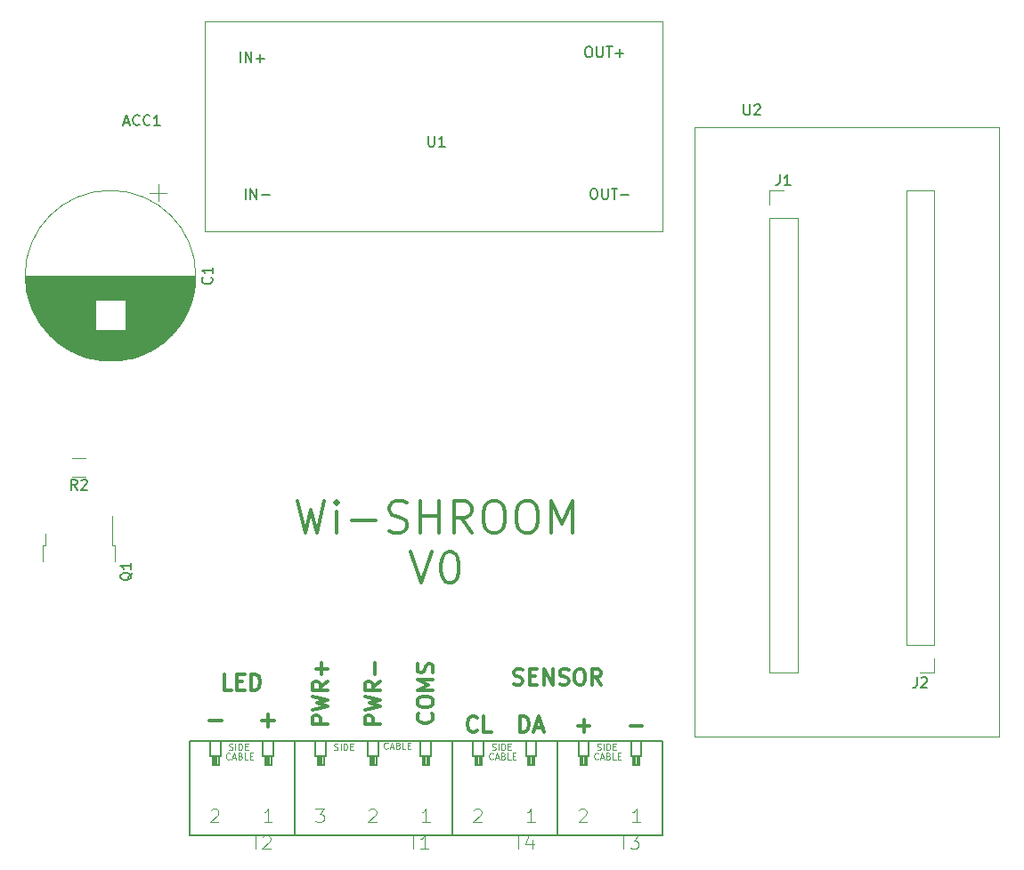
<source format=gto>
G04 #@! TF.GenerationSoftware,KiCad,Pcbnew,5.1.10*
G04 #@! TF.CreationDate,2021-11-10T17:43:12+10:00*
G04 #@! TF.ProjectId,wifi_unit,77696669-5f75-46e6-9974-2e6b69636164,rev?*
G04 #@! TF.SameCoordinates,Original*
G04 #@! TF.FileFunction,Legend,Top*
G04 #@! TF.FilePolarity,Positive*
%FSLAX46Y46*%
G04 Gerber Fmt 4.6, Leading zero omitted, Abs format (unit mm)*
G04 Created by KiCad (PCBNEW 5.1.10) date 2021-11-10 17:43:12*
%MOMM*%
%LPD*%
G01*
G04 APERTURE LIST*
%ADD10C,0.300000*%
%ADD11C,0.120000*%
%ADD12C,0.127000*%
%ADD13C,0.150000*%
%ADD14C,0.101600*%
%ADD15C,0.050800*%
G04 APERTURE END LIST*
D10*
X92785714Y-91207142D02*
X93500000Y-94207142D01*
X94071428Y-92064285D01*
X94642857Y-94207142D01*
X95357142Y-91207142D01*
X96500000Y-94207142D02*
X96500000Y-92207142D01*
X96500000Y-91207142D02*
X96357142Y-91350000D01*
X96500000Y-91492857D01*
X96642857Y-91350000D01*
X96500000Y-91207142D01*
X96500000Y-91492857D01*
X97928571Y-93064285D02*
X100214285Y-93064285D01*
X101500000Y-94064285D02*
X101928571Y-94207142D01*
X102642857Y-94207142D01*
X102928571Y-94064285D01*
X103071428Y-93921428D01*
X103214285Y-93635714D01*
X103214285Y-93350000D01*
X103071428Y-93064285D01*
X102928571Y-92921428D01*
X102642857Y-92778571D01*
X102071428Y-92635714D01*
X101785714Y-92492857D01*
X101642857Y-92350000D01*
X101500000Y-92064285D01*
X101500000Y-91778571D01*
X101642857Y-91492857D01*
X101785714Y-91350000D01*
X102071428Y-91207142D01*
X102785714Y-91207142D01*
X103214285Y-91350000D01*
X104500000Y-94207142D02*
X104500000Y-91207142D01*
X104500000Y-92635714D02*
X106214285Y-92635714D01*
X106214285Y-94207142D02*
X106214285Y-91207142D01*
X109357142Y-94207142D02*
X108357142Y-92778571D01*
X107642857Y-94207142D02*
X107642857Y-91207142D01*
X108785714Y-91207142D01*
X109071428Y-91350000D01*
X109214285Y-91492857D01*
X109357142Y-91778571D01*
X109357142Y-92207142D01*
X109214285Y-92492857D01*
X109071428Y-92635714D01*
X108785714Y-92778571D01*
X107642857Y-92778571D01*
X111214285Y-91207142D02*
X111785714Y-91207142D01*
X112071428Y-91350000D01*
X112357142Y-91635714D01*
X112500000Y-92207142D01*
X112500000Y-93207142D01*
X112357142Y-93778571D01*
X112071428Y-94064285D01*
X111785714Y-94207142D01*
X111214285Y-94207142D01*
X110928571Y-94064285D01*
X110642857Y-93778571D01*
X110500000Y-93207142D01*
X110500000Y-92207142D01*
X110642857Y-91635714D01*
X110928571Y-91350000D01*
X111214285Y-91207142D01*
X114357142Y-91207142D02*
X114928571Y-91207142D01*
X115214285Y-91350000D01*
X115500000Y-91635714D01*
X115642857Y-92207142D01*
X115642857Y-93207142D01*
X115500000Y-93778571D01*
X115214285Y-94064285D01*
X114928571Y-94207142D01*
X114357142Y-94207142D01*
X114071428Y-94064285D01*
X113785714Y-93778571D01*
X113642857Y-93207142D01*
X113642857Y-92207142D01*
X113785714Y-91635714D01*
X114071428Y-91350000D01*
X114357142Y-91207142D01*
X116928571Y-94207142D02*
X116928571Y-91207142D01*
X117928571Y-93350000D01*
X118928571Y-91207142D01*
X118928571Y-94207142D01*
X103571428Y-96007142D02*
X104571428Y-99007142D01*
X105571428Y-96007142D01*
X107142857Y-96007142D02*
X107428571Y-96007142D01*
X107714285Y-96150000D01*
X107857142Y-96292857D01*
X108000000Y-96578571D01*
X108142857Y-97150000D01*
X108142857Y-97864285D01*
X108000000Y-98435714D01*
X107857142Y-98721428D01*
X107714285Y-98864285D01*
X107428571Y-99007142D01*
X107142857Y-99007142D01*
X106857142Y-98864285D01*
X106714285Y-98721428D01*
X106571428Y-98435714D01*
X106428571Y-97864285D01*
X106428571Y-97150000D01*
X106571428Y-96578571D01*
X106714285Y-96292857D01*
X106857142Y-96150000D01*
X107142857Y-96007142D01*
X113357142Y-108607142D02*
X113571428Y-108678571D01*
X113928571Y-108678571D01*
X114071428Y-108607142D01*
X114142857Y-108535714D01*
X114214285Y-108392857D01*
X114214285Y-108250000D01*
X114142857Y-108107142D01*
X114071428Y-108035714D01*
X113928571Y-107964285D01*
X113642857Y-107892857D01*
X113500000Y-107821428D01*
X113428571Y-107750000D01*
X113357142Y-107607142D01*
X113357142Y-107464285D01*
X113428571Y-107321428D01*
X113500000Y-107250000D01*
X113642857Y-107178571D01*
X114000000Y-107178571D01*
X114214285Y-107250000D01*
X114857142Y-107892857D02*
X115357142Y-107892857D01*
X115571428Y-108678571D02*
X114857142Y-108678571D01*
X114857142Y-107178571D01*
X115571428Y-107178571D01*
X116214285Y-108678571D02*
X116214285Y-107178571D01*
X117071428Y-108678571D01*
X117071428Y-107178571D01*
X117714285Y-108607142D02*
X117928571Y-108678571D01*
X118285714Y-108678571D01*
X118428571Y-108607142D01*
X118500000Y-108535714D01*
X118571428Y-108392857D01*
X118571428Y-108250000D01*
X118500000Y-108107142D01*
X118428571Y-108035714D01*
X118285714Y-107964285D01*
X118000000Y-107892857D01*
X117857142Y-107821428D01*
X117785714Y-107750000D01*
X117714285Y-107607142D01*
X117714285Y-107464285D01*
X117785714Y-107321428D01*
X117857142Y-107250000D01*
X118000000Y-107178571D01*
X118357142Y-107178571D01*
X118571428Y-107250000D01*
X119500000Y-107178571D02*
X119785714Y-107178571D01*
X119928571Y-107250000D01*
X120071428Y-107392857D01*
X120142857Y-107678571D01*
X120142857Y-108178571D01*
X120071428Y-108464285D01*
X119928571Y-108607142D01*
X119785714Y-108678571D01*
X119500000Y-108678571D01*
X119357142Y-108607142D01*
X119214285Y-108464285D01*
X119142857Y-108178571D01*
X119142857Y-107678571D01*
X119214285Y-107392857D01*
X119357142Y-107250000D01*
X119500000Y-107178571D01*
X121642857Y-108678571D02*
X121142857Y-107964285D01*
X120785714Y-108678571D02*
X120785714Y-107178571D01*
X121357142Y-107178571D01*
X121500000Y-107250000D01*
X121571428Y-107321428D01*
X121642857Y-107464285D01*
X121642857Y-107678571D01*
X121571428Y-107821428D01*
X121500000Y-107892857D01*
X121357142Y-107964285D01*
X120785714Y-107964285D01*
X124428571Y-112607142D02*
X125571428Y-112607142D01*
X119428571Y-112607142D02*
X120571428Y-112607142D01*
X120000000Y-113178571D02*
X120000000Y-112035714D01*
X113964285Y-113178571D02*
X113964285Y-111678571D01*
X114321428Y-111678571D01*
X114535714Y-111750000D01*
X114678571Y-111892857D01*
X114750000Y-112035714D01*
X114821428Y-112321428D01*
X114821428Y-112535714D01*
X114750000Y-112821428D01*
X114678571Y-112964285D01*
X114535714Y-113107142D01*
X114321428Y-113178571D01*
X113964285Y-113178571D01*
X115392857Y-112750000D02*
X116107142Y-112750000D01*
X115250000Y-113178571D02*
X115750000Y-111678571D01*
X116250000Y-113178571D01*
X109857142Y-113035714D02*
X109785714Y-113107142D01*
X109571428Y-113178571D01*
X109428571Y-113178571D01*
X109214285Y-113107142D01*
X109071428Y-112964285D01*
X109000000Y-112821428D01*
X108928571Y-112535714D01*
X108928571Y-112321428D01*
X109000000Y-112035714D01*
X109071428Y-111892857D01*
X109214285Y-111750000D01*
X109428571Y-111678571D01*
X109571428Y-111678571D01*
X109785714Y-111750000D01*
X109857142Y-111821428D01*
X111214285Y-113178571D02*
X110500000Y-113178571D01*
X110500000Y-111678571D01*
X100678571Y-112428571D02*
X99178571Y-112428571D01*
X99178571Y-111857142D01*
X99250000Y-111714285D01*
X99321428Y-111642857D01*
X99464285Y-111571428D01*
X99678571Y-111571428D01*
X99821428Y-111642857D01*
X99892857Y-111714285D01*
X99964285Y-111857142D01*
X99964285Y-112428571D01*
X99178571Y-111071428D02*
X100678571Y-110714285D01*
X99607142Y-110428571D01*
X100678571Y-110142857D01*
X99178571Y-109785714D01*
X100678571Y-108357142D02*
X99964285Y-108857142D01*
X100678571Y-109214285D02*
X99178571Y-109214285D01*
X99178571Y-108642857D01*
X99250000Y-108500000D01*
X99321428Y-108428571D01*
X99464285Y-108357142D01*
X99678571Y-108357142D01*
X99821428Y-108428571D01*
X99892857Y-108500000D01*
X99964285Y-108642857D01*
X99964285Y-109214285D01*
X100107142Y-107714285D02*
X100107142Y-106571428D01*
X105535714Y-111392857D02*
X105607142Y-111464285D01*
X105678571Y-111678571D01*
X105678571Y-111821428D01*
X105607142Y-112035714D01*
X105464285Y-112178571D01*
X105321428Y-112250000D01*
X105035714Y-112321428D01*
X104821428Y-112321428D01*
X104535714Y-112250000D01*
X104392857Y-112178571D01*
X104250000Y-112035714D01*
X104178571Y-111821428D01*
X104178571Y-111678571D01*
X104250000Y-111464285D01*
X104321428Y-111392857D01*
X104178571Y-110464285D02*
X104178571Y-110178571D01*
X104250000Y-110035714D01*
X104392857Y-109892857D01*
X104678571Y-109821428D01*
X105178571Y-109821428D01*
X105464285Y-109892857D01*
X105607142Y-110035714D01*
X105678571Y-110178571D01*
X105678571Y-110464285D01*
X105607142Y-110607142D01*
X105464285Y-110750000D01*
X105178571Y-110821428D01*
X104678571Y-110821428D01*
X104392857Y-110750000D01*
X104250000Y-110607142D01*
X104178571Y-110464285D01*
X105678571Y-109178571D02*
X104178571Y-109178571D01*
X105250000Y-108678571D01*
X104178571Y-108178571D01*
X105678571Y-108178571D01*
X105607142Y-107535714D02*
X105678571Y-107321428D01*
X105678571Y-106964285D01*
X105607142Y-106821428D01*
X105535714Y-106750000D01*
X105392857Y-106678571D01*
X105250000Y-106678571D01*
X105107142Y-106750000D01*
X105035714Y-106821428D01*
X104964285Y-106964285D01*
X104892857Y-107250000D01*
X104821428Y-107392857D01*
X104750000Y-107464285D01*
X104607142Y-107535714D01*
X104464285Y-107535714D01*
X104321428Y-107464285D01*
X104250000Y-107392857D01*
X104178571Y-107250000D01*
X104178571Y-106892857D01*
X104250000Y-106678571D01*
X95678571Y-112428571D02*
X94178571Y-112428571D01*
X94178571Y-111857142D01*
X94250000Y-111714285D01*
X94321428Y-111642857D01*
X94464285Y-111571428D01*
X94678571Y-111571428D01*
X94821428Y-111642857D01*
X94892857Y-111714285D01*
X94964285Y-111857142D01*
X94964285Y-112428571D01*
X94178571Y-111071428D02*
X95678571Y-110714285D01*
X94607142Y-110428571D01*
X95678571Y-110142857D01*
X94178571Y-109785714D01*
X95678571Y-108357142D02*
X94964285Y-108857142D01*
X95678571Y-109214285D02*
X94178571Y-109214285D01*
X94178571Y-108642857D01*
X94250000Y-108500000D01*
X94321428Y-108428571D01*
X94464285Y-108357142D01*
X94678571Y-108357142D01*
X94821428Y-108428571D01*
X94892857Y-108500000D01*
X94964285Y-108642857D01*
X94964285Y-109214285D01*
X95107142Y-107714285D02*
X95107142Y-106571428D01*
X95678571Y-107142857D02*
X94535714Y-107142857D01*
X84428571Y-112107142D02*
X85571428Y-112107142D01*
X89428571Y-112107142D02*
X90571428Y-112107142D01*
X90000000Y-112678571D02*
X90000000Y-111535714D01*
X86535714Y-109178571D02*
X85821428Y-109178571D01*
X85821428Y-107678571D01*
X87035714Y-108392857D02*
X87535714Y-108392857D01*
X87750000Y-109178571D02*
X87035714Y-109178571D01*
X87035714Y-107678571D01*
X87750000Y-107678571D01*
X88392857Y-109178571D02*
X88392857Y-107678571D01*
X88750000Y-107678571D01*
X88964285Y-107750000D01*
X89107142Y-107892857D01*
X89178571Y-108035714D01*
X89250000Y-108321428D01*
X89250000Y-108535714D01*
X89178571Y-108821428D01*
X89107142Y-108964285D01*
X88964285Y-109107142D01*
X88750000Y-109178571D01*
X88392857Y-109178571D01*
D11*
X83120000Y-69750000D02*
G75*
G03*
X83120000Y-69750000I-8120000J0D01*
G01*
X83081000Y-69750000D02*
X66919000Y-69750000D01*
X83080000Y-69790000D02*
X66920000Y-69790000D01*
X83080000Y-69830000D02*
X66920000Y-69830000D01*
X83080000Y-69870000D02*
X66920000Y-69870000D01*
X83079000Y-69910000D02*
X66921000Y-69910000D01*
X83078000Y-69950000D02*
X66922000Y-69950000D01*
X83077000Y-69990000D02*
X66923000Y-69990000D01*
X83076000Y-70030000D02*
X66924000Y-70030000D01*
X83074000Y-70070000D02*
X66926000Y-70070000D01*
X83073000Y-70110000D02*
X66927000Y-70110000D01*
X83071000Y-70150000D02*
X66929000Y-70150000D01*
X83069000Y-70190000D02*
X66931000Y-70190000D01*
X83066000Y-70230000D02*
X66934000Y-70230000D01*
X83064000Y-70270000D02*
X66936000Y-70270000D01*
X83061000Y-70310000D02*
X66939000Y-70310000D01*
X83058000Y-70350000D02*
X66942000Y-70350000D01*
X83055000Y-70390000D02*
X66945000Y-70390000D01*
X83052000Y-70430000D02*
X66948000Y-70430000D01*
X83049000Y-70471000D02*
X66951000Y-70471000D01*
X83045000Y-70511000D02*
X66955000Y-70511000D01*
X83041000Y-70551000D02*
X66959000Y-70551000D01*
X83037000Y-70591000D02*
X66963000Y-70591000D01*
X83033000Y-70631000D02*
X66967000Y-70631000D01*
X83028000Y-70671000D02*
X66972000Y-70671000D01*
X83024000Y-70711000D02*
X66976000Y-70711000D01*
X83019000Y-70751000D02*
X66981000Y-70751000D01*
X83014000Y-70791000D02*
X66986000Y-70791000D01*
X83008000Y-70831000D02*
X66992000Y-70831000D01*
X83003000Y-70871000D02*
X66997000Y-70871000D01*
X82997000Y-70911000D02*
X67003000Y-70911000D01*
X82991000Y-70951000D02*
X67009000Y-70951000D01*
X82985000Y-70991000D02*
X67015000Y-70991000D01*
X82979000Y-71031000D02*
X67021000Y-71031000D01*
X82972000Y-71071000D02*
X67028000Y-71071000D01*
X82966000Y-71111000D02*
X67034000Y-71111000D01*
X82959000Y-71151000D02*
X67041000Y-71151000D01*
X82952000Y-71191000D02*
X67048000Y-71191000D01*
X82944000Y-71231000D02*
X67056000Y-71231000D01*
X82937000Y-71271000D02*
X67063000Y-71271000D01*
X82929000Y-71311000D02*
X67071000Y-71311000D01*
X82921000Y-71351000D02*
X67079000Y-71351000D01*
X82913000Y-71391000D02*
X67087000Y-71391000D01*
X82905000Y-71431000D02*
X67095000Y-71431000D01*
X82896000Y-71471000D02*
X67104000Y-71471000D01*
X82887000Y-71511000D02*
X67113000Y-71511000D01*
X82878000Y-71551000D02*
X67122000Y-71551000D01*
X82869000Y-71591000D02*
X67131000Y-71591000D01*
X82860000Y-71631000D02*
X67140000Y-71631000D01*
X82850000Y-71671000D02*
X67150000Y-71671000D01*
X82840000Y-71711000D02*
X67160000Y-71711000D01*
X82830000Y-71751000D02*
X67170000Y-71751000D01*
X82820000Y-71791000D02*
X67180000Y-71791000D01*
X82810000Y-71831000D02*
X67190000Y-71831000D01*
X82799000Y-71871000D02*
X67201000Y-71871000D01*
X82788000Y-71911000D02*
X67212000Y-71911000D01*
X82777000Y-71951000D02*
X67223000Y-71951000D01*
X82765000Y-71991000D02*
X67235000Y-71991000D01*
X82754000Y-72031000D02*
X67246000Y-72031000D01*
X82742000Y-72071000D02*
X76440000Y-72071000D01*
X73560000Y-72071000D02*
X67258000Y-72071000D01*
X82730000Y-72111000D02*
X76440000Y-72111000D01*
X73560000Y-72111000D02*
X67270000Y-72111000D01*
X82718000Y-72151000D02*
X76440000Y-72151000D01*
X73560000Y-72151000D02*
X67282000Y-72151000D01*
X82705000Y-72191000D02*
X76440000Y-72191000D01*
X73560000Y-72191000D02*
X67295000Y-72191000D01*
X82693000Y-72231000D02*
X76440000Y-72231000D01*
X73560000Y-72231000D02*
X67307000Y-72231000D01*
X82680000Y-72271000D02*
X76440000Y-72271000D01*
X73560000Y-72271000D02*
X67320000Y-72271000D01*
X82666000Y-72311000D02*
X76440000Y-72311000D01*
X73560000Y-72311000D02*
X67334000Y-72311000D01*
X82653000Y-72351000D02*
X76440000Y-72351000D01*
X73560000Y-72351000D02*
X67347000Y-72351000D01*
X82639000Y-72391000D02*
X76440000Y-72391000D01*
X73560000Y-72391000D02*
X67361000Y-72391000D01*
X82625000Y-72431000D02*
X76440000Y-72431000D01*
X73560000Y-72431000D02*
X67375000Y-72431000D01*
X82611000Y-72471000D02*
X76440000Y-72471000D01*
X73560000Y-72471000D02*
X67389000Y-72471000D01*
X82597000Y-72511000D02*
X76440000Y-72511000D01*
X73560000Y-72511000D02*
X67403000Y-72511000D01*
X82582000Y-72551000D02*
X76440000Y-72551000D01*
X73560000Y-72551000D02*
X67418000Y-72551000D01*
X82568000Y-72591000D02*
X76440000Y-72591000D01*
X73560000Y-72591000D02*
X67432000Y-72591000D01*
X82553000Y-72631000D02*
X76440000Y-72631000D01*
X73560000Y-72631000D02*
X67447000Y-72631000D01*
X82537000Y-72671000D02*
X76440000Y-72671000D01*
X73560000Y-72671000D02*
X67463000Y-72671000D01*
X82522000Y-72711000D02*
X76440000Y-72711000D01*
X73560000Y-72711000D02*
X67478000Y-72711000D01*
X82506000Y-72751000D02*
X76440000Y-72751000D01*
X73560000Y-72751000D02*
X67494000Y-72751000D01*
X82490000Y-72791000D02*
X76440000Y-72791000D01*
X73560000Y-72791000D02*
X67510000Y-72791000D01*
X82474000Y-72831000D02*
X76440000Y-72831000D01*
X73560000Y-72831000D02*
X67526000Y-72831000D01*
X82457000Y-72871000D02*
X76440000Y-72871000D01*
X73560000Y-72871000D02*
X67543000Y-72871000D01*
X82440000Y-72911000D02*
X76440000Y-72911000D01*
X73560000Y-72911000D02*
X67560000Y-72911000D01*
X82423000Y-72951000D02*
X76440000Y-72951000D01*
X73560000Y-72951000D02*
X67577000Y-72951000D01*
X82406000Y-72991000D02*
X76440000Y-72991000D01*
X73560000Y-72991000D02*
X67594000Y-72991000D01*
X82389000Y-73031000D02*
X76440000Y-73031000D01*
X73560000Y-73031000D02*
X67611000Y-73031000D01*
X82371000Y-73071000D02*
X76440000Y-73071000D01*
X73560000Y-73071000D02*
X67629000Y-73071000D01*
X82353000Y-73111000D02*
X76440000Y-73111000D01*
X73560000Y-73111000D02*
X67647000Y-73111000D01*
X82334000Y-73151000D02*
X76440000Y-73151000D01*
X73560000Y-73151000D02*
X67666000Y-73151000D01*
X82316000Y-73191000D02*
X76440000Y-73191000D01*
X73560000Y-73191000D02*
X67684000Y-73191000D01*
X82297000Y-73231000D02*
X76440000Y-73231000D01*
X73560000Y-73231000D02*
X67703000Y-73231000D01*
X82278000Y-73271000D02*
X76440000Y-73271000D01*
X73560000Y-73271000D02*
X67722000Y-73271000D01*
X82258000Y-73311000D02*
X76440000Y-73311000D01*
X73560000Y-73311000D02*
X67742000Y-73311000D01*
X82239000Y-73351000D02*
X76440000Y-73351000D01*
X73560000Y-73351000D02*
X67761000Y-73351000D01*
X82219000Y-73391000D02*
X76440000Y-73391000D01*
X73560000Y-73391000D02*
X67781000Y-73391000D01*
X82199000Y-73431000D02*
X76440000Y-73431000D01*
X73560000Y-73431000D02*
X67801000Y-73431000D01*
X82178000Y-73471000D02*
X76440000Y-73471000D01*
X73560000Y-73471000D02*
X67822000Y-73471000D01*
X82157000Y-73511000D02*
X76440000Y-73511000D01*
X73560000Y-73511000D02*
X67843000Y-73511000D01*
X82136000Y-73551000D02*
X76440000Y-73551000D01*
X73560000Y-73551000D02*
X67864000Y-73551000D01*
X82115000Y-73591000D02*
X76440000Y-73591000D01*
X73560000Y-73591000D02*
X67885000Y-73591000D01*
X82094000Y-73631000D02*
X76440000Y-73631000D01*
X73560000Y-73631000D02*
X67906000Y-73631000D01*
X82072000Y-73671000D02*
X76440000Y-73671000D01*
X73560000Y-73671000D02*
X67928000Y-73671000D01*
X82049000Y-73711000D02*
X76440000Y-73711000D01*
X73560000Y-73711000D02*
X67951000Y-73711000D01*
X82027000Y-73751000D02*
X76440000Y-73751000D01*
X73560000Y-73751000D02*
X67973000Y-73751000D01*
X82004000Y-73791000D02*
X76440000Y-73791000D01*
X73560000Y-73791000D02*
X67996000Y-73791000D01*
X81981000Y-73831000D02*
X76440000Y-73831000D01*
X73560000Y-73831000D02*
X68019000Y-73831000D01*
X81958000Y-73871000D02*
X76440000Y-73871000D01*
X73560000Y-73871000D02*
X68042000Y-73871000D01*
X81934000Y-73911000D02*
X76440000Y-73911000D01*
X73560000Y-73911000D02*
X68066000Y-73911000D01*
X81910000Y-73951000D02*
X76440000Y-73951000D01*
X73560000Y-73951000D02*
X68090000Y-73951000D01*
X81886000Y-73991000D02*
X76440000Y-73991000D01*
X73560000Y-73991000D02*
X68114000Y-73991000D01*
X81861000Y-74031000D02*
X76440000Y-74031000D01*
X73560000Y-74031000D02*
X68139000Y-74031000D01*
X81836000Y-74071000D02*
X76440000Y-74071000D01*
X73560000Y-74071000D02*
X68164000Y-74071000D01*
X81811000Y-74111000D02*
X76440000Y-74111000D01*
X73560000Y-74111000D02*
X68189000Y-74111000D01*
X81785000Y-74151000D02*
X76440000Y-74151000D01*
X73560000Y-74151000D02*
X68215000Y-74151000D01*
X81759000Y-74191000D02*
X76440000Y-74191000D01*
X73560000Y-74191000D02*
X68241000Y-74191000D01*
X81733000Y-74231000D02*
X76440000Y-74231000D01*
X73560000Y-74231000D02*
X68267000Y-74231000D01*
X81706000Y-74271000D02*
X76440000Y-74271000D01*
X73560000Y-74271000D02*
X68294000Y-74271000D01*
X81679000Y-74311000D02*
X76440000Y-74311000D01*
X73560000Y-74311000D02*
X68321000Y-74311000D01*
X81652000Y-74351000D02*
X76440000Y-74351000D01*
X73560000Y-74351000D02*
X68348000Y-74351000D01*
X81624000Y-74391000D02*
X76440000Y-74391000D01*
X73560000Y-74391000D02*
X68376000Y-74391000D01*
X81596000Y-74431000D02*
X76440000Y-74431000D01*
X73560000Y-74431000D02*
X68404000Y-74431000D01*
X81568000Y-74471000D02*
X76440000Y-74471000D01*
X73560000Y-74471000D02*
X68432000Y-74471000D01*
X81539000Y-74511000D02*
X76440000Y-74511000D01*
X73560000Y-74511000D02*
X68461000Y-74511000D01*
X81510000Y-74551000D02*
X76440000Y-74551000D01*
X73560000Y-74551000D02*
X68490000Y-74551000D01*
X81480000Y-74591000D02*
X76440000Y-74591000D01*
X73560000Y-74591000D02*
X68520000Y-74591000D01*
X81450000Y-74631000D02*
X76440000Y-74631000D01*
X73560000Y-74631000D02*
X68550000Y-74631000D01*
X81420000Y-74671000D02*
X76440000Y-74671000D01*
X73560000Y-74671000D02*
X68580000Y-74671000D01*
X81390000Y-74711000D02*
X76440000Y-74711000D01*
X73560000Y-74711000D02*
X68610000Y-74711000D01*
X81358000Y-74751000D02*
X76440000Y-74751000D01*
X73560000Y-74751000D02*
X68642000Y-74751000D01*
X81327000Y-74791000D02*
X76440000Y-74791000D01*
X73560000Y-74791000D02*
X68673000Y-74791000D01*
X81295000Y-74831000D02*
X76440000Y-74831000D01*
X73560000Y-74831000D02*
X68705000Y-74831000D01*
X81263000Y-74871000D02*
X76440000Y-74871000D01*
X73560000Y-74871000D02*
X68737000Y-74871000D01*
X81230000Y-74911000D02*
X76440000Y-74911000D01*
X73560000Y-74911000D02*
X68770000Y-74911000D01*
X81197000Y-74951000D02*
X68803000Y-74951000D01*
X81163000Y-74991000D02*
X68837000Y-74991000D01*
X81129000Y-75031000D02*
X68871000Y-75031000D01*
X81095000Y-75071000D02*
X68905000Y-75071000D01*
X81060000Y-75111000D02*
X68940000Y-75111000D01*
X81025000Y-75151000D02*
X68975000Y-75151000D01*
X80989000Y-75191000D02*
X69011000Y-75191000D01*
X80952000Y-75231000D02*
X69048000Y-75231000D01*
X80916000Y-75271000D02*
X69084000Y-75271000D01*
X80878000Y-75311000D02*
X69122000Y-75311000D01*
X80840000Y-75351000D02*
X69160000Y-75351000D01*
X80802000Y-75391000D02*
X69198000Y-75391000D01*
X80763000Y-75431000D02*
X69237000Y-75431000D01*
X80724000Y-75471000D02*
X69276000Y-75471000D01*
X80684000Y-75511000D02*
X69316000Y-75511000D01*
X80643000Y-75551000D02*
X69357000Y-75551000D01*
X80602000Y-75591000D02*
X69398000Y-75591000D01*
X80560000Y-75631000D02*
X69440000Y-75631000D01*
X80518000Y-75671000D02*
X69482000Y-75671000D01*
X80475000Y-75711000D02*
X69525000Y-75711000D01*
X80432000Y-75751000D02*
X69568000Y-75751000D01*
X80388000Y-75791000D02*
X69612000Y-75791000D01*
X80343000Y-75831000D02*
X69657000Y-75831000D01*
X80297000Y-75871000D02*
X69703000Y-75871000D01*
X80251000Y-75911000D02*
X69749000Y-75911000D01*
X80204000Y-75951000D02*
X69796000Y-75951000D01*
X80156000Y-75991000D02*
X69844000Y-75991000D01*
X80108000Y-76031000D02*
X69892000Y-76031000D01*
X80059000Y-76071000D02*
X69941000Y-76071000D01*
X80009000Y-76111000D02*
X69991000Y-76111000D01*
X79958000Y-76151000D02*
X70042000Y-76151000D01*
X79906000Y-76191000D02*
X70094000Y-76191000D01*
X79854000Y-76231000D02*
X70146000Y-76231000D01*
X79800000Y-76271000D02*
X70200000Y-76271000D01*
X79746000Y-76311000D02*
X70254000Y-76311000D01*
X79691000Y-76351000D02*
X70309000Y-76351000D01*
X79634000Y-76391000D02*
X70366000Y-76391000D01*
X79577000Y-76431000D02*
X70423000Y-76431000D01*
X79519000Y-76471000D02*
X70481000Y-76471000D01*
X79459000Y-76511000D02*
X70541000Y-76511000D01*
X79398000Y-76551000D02*
X70602000Y-76551000D01*
X79336000Y-76591000D02*
X70664000Y-76591000D01*
X79273000Y-76631000D02*
X70727000Y-76631000D01*
X79209000Y-76671000D02*
X70791000Y-76671000D01*
X79143000Y-76711000D02*
X70857000Y-76711000D01*
X79076000Y-76751000D02*
X70924000Y-76751000D01*
X79007000Y-76791000D02*
X70993000Y-76791000D01*
X78936000Y-76831000D02*
X71064000Y-76831000D01*
X78864000Y-76871000D02*
X71136000Y-76871000D01*
X78790000Y-76911000D02*
X71210000Y-76911000D01*
X78715000Y-76951000D02*
X71285000Y-76951000D01*
X78637000Y-76991000D02*
X71363000Y-76991000D01*
X78557000Y-77031000D02*
X71443000Y-77031000D01*
X78475000Y-77071000D02*
X71525000Y-77071000D01*
X78390000Y-77111000D02*
X71610000Y-77111000D01*
X78303000Y-77151000D02*
X71697000Y-77151000D01*
X78213000Y-77191000D02*
X71787000Y-77191000D01*
X78120000Y-77231000D02*
X71880000Y-77231000D01*
X78024000Y-77271000D02*
X71976000Y-77271000D01*
X77924000Y-77311000D02*
X72076000Y-77311000D01*
X77820000Y-77351000D02*
X72180000Y-77351000D01*
X77711000Y-77391000D02*
X72289000Y-77391000D01*
X77597000Y-77431000D02*
X72403000Y-77431000D01*
X77478000Y-77471000D02*
X72522000Y-77471000D01*
X77351000Y-77511000D02*
X72649000Y-77511000D01*
X77218000Y-77551000D02*
X72782000Y-77551000D01*
X77074000Y-77591000D02*
X72926000Y-77591000D01*
X76920000Y-77631000D02*
X73080000Y-77631000D01*
X76752000Y-77671000D02*
X73248000Y-77671000D01*
X76564000Y-77711000D02*
X73436000Y-77711000D01*
X76351000Y-77751000D02*
X73649000Y-77751000D01*
X76098000Y-77791000D02*
X73902000Y-77791000D01*
X75765000Y-77831000D02*
X74235000Y-77831000D01*
X79555000Y-61060509D02*
X79555000Y-62660509D01*
X80355000Y-61860509D02*
X78755000Y-61860509D01*
D12*
X117499360Y-114002040D02*
X117499360Y-122998720D01*
X117499360Y-122998720D02*
X107501920Y-122998720D01*
X107501920Y-122998720D02*
X107501920Y-114002040D01*
X107501920Y-114002040D02*
X109500900Y-114002040D01*
X109500900Y-114002040D02*
X110501660Y-114002040D01*
X110501660Y-114002040D02*
X114502160Y-114002040D01*
X114502160Y-114002040D02*
X115497840Y-114002040D01*
X115497840Y-114002040D02*
X117499360Y-114002040D01*
X115497840Y-114002040D02*
X115497840Y-115500640D01*
X115497840Y-115500640D02*
X114502160Y-115500640D01*
X114502160Y-115500640D02*
X114502160Y-114002040D01*
X110501660Y-114002040D02*
X110501660Y-115500640D01*
X110501660Y-115500640D02*
X109500900Y-115500640D01*
X109500900Y-115500640D02*
X109500900Y-114002040D01*
X115299720Y-115602240D02*
X115299720Y-116300740D01*
X115099060Y-115602240D02*
X115099060Y-116300740D01*
X114900940Y-115602240D02*
X114900940Y-116300740D01*
X114700280Y-115602240D02*
X114700280Y-116300740D01*
X115299720Y-116300740D02*
X114700280Y-116300740D01*
X110301000Y-115602240D02*
X110301000Y-116300740D01*
X110301000Y-116300740D02*
X110100340Y-116300740D01*
X110100340Y-116300740D02*
X110100340Y-115602240D01*
X110100340Y-116300740D02*
X109902220Y-116300740D01*
X109902220Y-116300740D02*
X109902220Y-115602240D01*
X109902220Y-116300740D02*
X109701560Y-116300740D01*
X109701560Y-116300740D02*
X109701560Y-115602240D01*
X127499360Y-114002040D02*
X127499360Y-122998720D01*
X127499360Y-122998720D02*
X117501920Y-122998720D01*
X117501920Y-122998720D02*
X117501920Y-114002040D01*
X117501920Y-114002040D02*
X119500900Y-114002040D01*
X119500900Y-114002040D02*
X120501660Y-114002040D01*
X120501660Y-114002040D02*
X124502160Y-114002040D01*
X124502160Y-114002040D02*
X125497840Y-114002040D01*
X125497840Y-114002040D02*
X127499360Y-114002040D01*
X125497840Y-114002040D02*
X125497840Y-115500640D01*
X125497840Y-115500640D02*
X124502160Y-115500640D01*
X124502160Y-115500640D02*
X124502160Y-114002040D01*
X120501660Y-114002040D02*
X120501660Y-115500640D01*
X120501660Y-115500640D02*
X119500900Y-115500640D01*
X119500900Y-115500640D02*
X119500900Y-114002040D01*
X125299720Y-115602240D02*
X125299720Y-116300740D01*
X125099060Y-115602240D02*
X125099060Y-116300740D01*
X124900940Y-115602240D02*
X124900940Y-116300740D01*
X124700280Y-115602240D02*
X124700280Y-116300740D01*
X125299720Y-116300740D02*
X124700280Y-116300740D01*
X120301000Y-115602240D02*
X120301000Y-116300740D01*
X120301000Y-116300740D02*
X120100340Y-116300740D01*
X120100340Y-116300740D02*
X120100340Y-115602240D01*
X120100340Y-116300740D02*
X119902220Y-116300740D01*
X119902220Y-116300740D02*
X119902220Y-115602240D01*
X119902220Y-116300740D02*
X119701560Y-116300740D01*
X119701560Y-116300740D02*
X119701560Y-115602240D01*
X107499360Y-114002040D02*
X107499360Y-122998720D01*
X107499360Y-122998720D02*
X92500660Y-122998720D01*
X92500660Y-122998720D02*
X92500660Y-114002040D01*
X92500660Y-114002040D02*
X94502180Y-114002040D01*
X99500900Y-114002040D02*
X100501660Y-114002040D01*
X100501660Y-114002040D02*
X104502160Y-114002040D01*
X104502160Y-114002040D02*
X105497840Y-114002040D01*
X105497840Y-114002040D02*
X107499360Y-114002040D01*
X105497840Y-114002040D02*
X105497840Y-115500640D01*
X105497840Y-115500640D02*
X104502160Y-115500640D01*
X104502160Y-115500640D02*
X104502160Y-114002040D01*
X100501660Y-114002040D02*
X100501660Y-115500640D01*
X100501660Y-115500640D02*
X99500900Y-115500640D01*
X99500900Y-115500640D02*
X99500900Y-114002040D01*
X105299720Y-115602240D02*
X105299720Y-116300740D01*
X105099060Y-115602240D02*
X105099060Y-116300740D01*
X104900940Y-115602240D02*
X104900940Y-116300740D01*
X104700280Y-115602240D02*
X104700280Y-116300740D01*
X105299720Y-116300740D02*
X104700280Y-116300740D01*
X100301000Y-115602240D02*
X100301000Y-116300740D01*
X100301000Y-116300740D02*
X100100340Y-116300740D01*
X100100340Y-116300740D02*
X100100340Y-115602240D01*
X100100340Y-116300740D02*
X99902220Y-116300740D01*
X99902220Y-116300740D02*
X99902220Y-115602240D01*
X99902220Y-116300740D02*
X99701560Y-116300740D01*
X99701560Y-116300740D02*
X99701560Y-115602240D01*
X94502180Y-114002040D02*
X95500400Y-114002040D01*
X95500400Y-114002040D02*
X99500900Y-114002040D01*
X95500400Y-114002040D02*
X95500400Y-115500640D01*
X95500400Y-115500640D02*
X94502180Y-115500640D01*
X94502180Y-115500640D02*
X94502180Y-114002040D01*
X95302280Y-115602240D02*
X95302280Y-116300740D01*
X95302280Y-116300740D02*
X95101620Y-116300740D01*
X95101620Y-116300740D02*
X95101620Y-115602240D01*
X95101620Y-116300740D02*
X94900960Y-116300740D01*
X94900960Y-116300740D02*
X94900960Y-115602240D01*
X94900960Y-116300740D02*
X94700300Y-116300740D01*
X94700300Y-116300740D02*
X94700300Y-115602240D01*
D11*
X130500000Y-55600000D02*
X130500000Y-113600000D01*
X159500000Y-55600000D02*
X130500000Y-55600000D01*
X159500000Y-113600000D02*
X159500000Y-55600000D01*
X130500000Y-113600000D02*
X159500000Y-113600000D01*
X127500000Y-45500000D02*
X84000000Y-45500000D01*
X127500000Y-65500000D02*
X127500000Y-45500000D01*
X84000000Y-65500000D02*
X127500000Y-65500000D01*
X84000000Y-45500000D02*
X84000000Y-65500000D01*
D12*
X92499360Y-114002040D02*
X92499360Y-122998720D01*
X92499360Y-122998720D02*
X82501920Y-122998720D01*
X82501920Y-122998720D02*
X82501920Y-114002040D01*
X82501920Y-114002040D02*
X84500900Y-114002040D01*
X84500900Y-114002040D02*
X85501660Y-114002040D01*
X85501660Y-114002040D02*
X89502160Y-114002040D01*
X89502160Y-114002040D02*
X90497840Y-114002040D01*
X90497840Y-114002040D02*
X92499360Y-114002040D01*
X90497840Y-114002040D02*
X90497840Y-115500640D01*
X90497840Y-115500640D02*
X89502160Y-115500640D01*
X89502160Y-115500640D02*
X89502160Y-114002040D01*
X85501660Y-114002040D02*
X85501660Y-115500640D01*
X85501660Y-115500640D02*
X84500900Y-115500640D01*
X84500900Y-115500640D02*
X84500900Y-114002040D01*
X90299720Y-115602240D02*
X90299720Y-116300740D01*
X90099060Y-115602240D02*
X90099060Y-116300740D01*
X89900940Y-115602240D02*
X89900940Y-116300740D01*
X89700280Y-115602240D02*
X89700280Y-116300740D01*
X90299720Y-116300740D02*
X89700280Y-116300740D01*
X85301000Y-115602240D02*
X85301000Y-116300740D01*
X85301000Y-116300740D02*
X85100340Y-116300740D01*
X85100340Y-116300740D02*
X85100340Y-115602240D01*
X85100340Y-116300740D02*
X84902220Y-116300740D01*
X84902220Y-116300740D02*
X84902220Y-115602240D01*
X84902220Y-116300740D02*
X84701560Y-116300740D01*
X84701560Y-116300740D02*
X84701560Y-115602240D01*
D11*
X153330000Y-61670000D02*
X150670000Y-61670000D01*
X153330000Y-104910000D02*
X153330000Y-61670000D01*
X150670000Y-104910000D02*
X150670000Y-61670000D01*
X153330000Y-104910000D02*
X150670000Y-104910000D01*
X153330000Y-106180000D02*
X153330000Y-107510000D01*
X153330000Y-107510000D02*
X152000000Y-107510000D01*
X137670000Y-107510000D02*
X140330000Y-107510000D01*
X137670000Y-64270000D02*
X137670000Y-107510000D01*
X140330000Y-64270000D02*
X140330000Y-107510000D01*
X137670000Y-64270000D02*
X140330000Y-64270000D01*
X137670000Y-63000000D02*
X137670000Y-61670000D01*
X137670000Y-61670000D02*
X139000000Y-61670000D01*
X71400000Y-87120000D02*
X72600000Y-87120000D01*
X72600000Y-88880000D02*
X71400000Y-88880000D01*
X75450000Y-96930000D02*
X75450000Y-95430000D01*
X75450000Y-95430000D02*
X75180000Y-95430000D01*
X75180000Y-95430000D02*
X75180000Y-92600000D01*
X68550000Y-96930000D02*
X68550000Y-95430000D01*
X68550000Y-95430000D02*
X68820000Y-95430000D01*
X68820000Y-95430000D02*
X68820000Y-94330000D01*
D13*
X76285714Y-55166666D02*
X76761904Y-55166666D01*
X76190476Y-55452380D02*
X76523809Y-54452380D01*
X76857142Y-55452380D01*
X77761904Y-55357142D02*
X77714285Y-55404761D01*
X77571428Y-55452380D01*
X77476190Y-55452380D01*
X77333333Y-55404761D01*
X77238095Y-55309523D01*
X77190476Y-55214285D01*
X77142857Y-55023809D01*
X77142857Y-54880952D01*
X77190476Y-54690476D01*
X77238095Y-54595238D01*
X77333333Y-54500000D01*
X77476190Y-54452380D01*
X77571428Y-54452380D01*
X77714285Y-54500000D01*
X77761904Y-54547619D01*
X78761904Y-55357142D02*
X78714285Y-55404761D01*
X78571428Y-55452380D01*
X78476190Y-55452380D01*
X78333333Y-55404761D01*
X78238095Y-55309523D01*
X78190476Y-55214285D01*
X78142857Y-55023809D01*
X78142857Y-54880952D01*
X78190476Y-54690476D01*
X78238095Y-54595238D01*
X78333333Y-54500000D01*
X78476190Y-54452380D01*
X78571428Y-54452380D01*
X78714285Y-54500000D01*
X78761904Y-54547619D01*
X79714285Y-55452380D02*
X79142857Y-55452380D01*
X79428571Y-55452380D02*
X79428571Y-54452380D01*
X79333333Y-54595238D01*
X79238095Y-54690476D01*
X79142857Y-54738095D01*
X84607142Y-69916666D02*
X84654761Y-69964285D01*
X84702380Y-70107142D01*
X84702380Y-70202380D01*
X84654761Y-70345238D01*
X84559523Y-70440476D01*
X84464285Y-70488095D01*
X84273809Y-70535714D01*
X84130952Y-70535714D01*
X83940476Y-70488095D01*
X83845238Y-70440476D01*
X83750000Y-70345238D01*
X83702380Y-70202380D01*
X83702380Y-70107142D01*
X83750000Y-69964285D01*
X83797619Y-69916666D01*
X84702380Y-68964285D02*
X84702380Y-69535714D01*
X84702380Y-69250000D02*
X83702380Y-69250000D01*
X83845238Y-69345238D01*
X83940476Y-69440476D01*
X83988095Y-69535714D01*
D14*
X113397380Y-123019523D02*
X114123095Y-123019523D01*
X113760238Y-124289523D02*
X113760238Y-123019523D01*
X115090714Y-123442857D02*
X115090714Y-124289523D01*
X114788333Y-122959047D02*
X114485952Y-123866190D01*
X115272142Y-123866190D01*
X109557142Y-120600476D02*
X109617619Y-120540000D01*
X109738571Y-120479523D01*
X110040952Y-120479523D01*
X110161904Y-120540000D01*
X110222380Y-120600476D01*
X110282857Y-120721428D01*
X110282857Y-120842380D01*
X110222380Y-121023809D01*
X109496666Y-121749523D01*
X110282857Y-121749523D01*
X115362857Y-121749523D02*
X114637142Y-121749523D01*
X115000000Y-121749523D02*
X115000000Y-120479523D01*
X114879047Y-120660952D01*
X114758095Y-120781904D01*
X114637142Y-120842380D01*
D15*
X111283254Y-114853302D02*
X111370340Y-114882331D01*
X111515482Y-114882331D01*
X111573540Y-114853302D01*
X111602568Y-114824274D01*
X111631597Y-114766217D01*
X111631597Y-114708160D01*
X111602568Y-114650102D01*
X111573540Y-114621074D01*
X111515482Y-114592045D01*
X111399368Y-114563017D01*
X111341311Y-114533988D01*
X111312282Y-114504960D01*
X111283254Y-114446902D01*
X111283254Y-114388845D01*
X111312282Y-114330788D01*
X111341311Y-114301760D01*
X111399368Y-114272731D01*
X111544511Y-114272731D01*
X111631597Y-114301760D01*
X111892854Y-114882331D02*
X111892854Y-114272731D01*
X112183140Y-114882331D02*
X112183140Y-114272731D01*
X112328282Y-114272731D01*
X112415368Y-114301760D01*
X112473425Y-114359817D01*
X112502454Y-114417874D01*
X112531482Y-114533988D01*
X112531482Y-114621074D01*
X112502454Y-114737188D01*
X112473425Y-114795245D01*
X112415368Y-114853302D01*
X112328282Y-114882331D01*
X112183140Y-114882331D01*
X112792740Y-114563017D02*
X112995940Y-114563017D01*
X113083025Y-114882331D02*
X112792740Y-114882331D01*
X112792740Y-114272731D01*
X113083025Y-114272731D01*
X111377234Y-115723434D02*
X111348205Y-115752462D01*
X111261120Y-115781491D01*
X111203062Y-115781491D01*
X111115977Y-115752462D01*
X111057920Y-115694405D01*
X111028891Y-115636348D01*
X110999862Y-115520234D01*
X110999862Y-115433148D01*
X111028891Y-115317034D01*
X111057920Y-115258977D01*
X111115977Y-115200920D01*
X111203062Y-115171891D01*
X111261120Y-115171891D01*
X111348205Y-115200920D01*
X111377234Y-115229948D01*
X111609462Y-115607320D02*
X111899748Y-115607320D01*
X111551405Y-115781491D02*
X111754605Y-115171891D01*
X111957805Y-115781491D01*
X112364205Y-115462177D02*
X112451291Y-115491205D01*
X112480320Y-115520234D01*
X112509348Y-115578291D01*
X112509348Y-115665377D01*
X112480320Y-115723434D01*
X112451291Y-115752462D01*
X112393234Y-115781491D01*
X112161005Y-115781491D01*
X112161005Y-115171891D01*
X112364205Y-115171891D01*
X112422262Y-115200920D01*
X112451291Y-115229948D01*
X112480320Y-115288005D01*
X112480320Y-115346062D01*
X112451291Y-115404120D01*
X112422262Y-115433148D01*
X112364205Y-115462177D01*
X112161005Y-115462177D01*
X113060891Y-115781491D02*
X112770605Y-115781491D01*
X112770605Y-115171891D01*
X113264091Y-115462177D02*
X113467291Y-115462177D01*
X113554377Y-115781491D02*
X113264091Y-115781491D01*
X113264091Y-115171891D01*
X113554377Y-115171891D01*
D14*
X123397380Y-123019523D02*
X124123095Y-123019523D01*
X123760238Y-124289523D02*
X123760238Y-123019523D01*
X124425476Y-123019523D02*
X125211666Y-123019523D01*
X124788333Y-123503333D01*
X124969761Y-123503333D01*
X125090714Y-123563809D01*
X125151190Y-123624285D01*
X125211666Y-123745238D01*
X125211666Y-124047619D01*
X125151190Y-124168571D01*
X125090714Y-124229047D01*
X124969761Y-124289523D01*
X124606904Y-124289523D01*
X124485952Y-124229047D01*
X124425476Y-124168571D01*
X119557142Y-120600476D02*
X119617619Y-120540000D01*
X119738571Y-120479523D01*
X120040952Y-120479523D01*
X120161904Y-120540000D01*
X120222380Y-120600476D01*
X120282857Y-120721428D01*
X120282857Y-120842380D01*
X120222380Y-121023809D01*
X119496666Y-121749523D01*
X120282857Y-121749523D01*
X125362857Y-121749523D02*
X124637142Y-121749523D01*
X125000000Y-121749523D02*
X125000000Y-120479523D01*
X124879047Y-120660952D01*
X124758095Y-120781904D01*
X124637142Y-120842380D01*
D15*
X121283254Y-114853302D02*
X121370340Y-114882331D01*
X121515482Y-114882331D01*
X121573540Y-114853302D01*
X121602568Y-114824274D01*
X121631597Y-114766217D01*
X121631597Y-114708160D01*
X121602568Y-114650102D01*
X121573540Y-114621074D01*
X121515482Y-114592045D01*
X121399368Y-114563017D01*
X121341311Y-114533988D01*
X121312282Y-114504960D01*
X121283254Y-114446902D01*
X121283254Y-114388845D01*
X121312282Y-114330788D01*
X121341311Y-114301760D01*
X121399368Y-114272731D01*
X121544511Y-114272731D01*
X121631597Y-114301760D01*
X121892854Y-114882331D02*
X121892854Y-114272731D01*
X122183140Y-114882331D02*
X122183140Y-114272731D01*
X122328282Y-114272731D01*
X122415368Y-114301760D01*
X122473425Y-114359817D01*
X122502454Y-114417874D01*
X122531482Y-114533988D01*
X122531482Y-114621074D01*
X122502454Y-114737188D01*
X122473425Y-114795245D01*
X122415368Y-114853302D01*
X122328282Y-114882331D01*
X122183140Y-114882331D01*
X122792740Y-114563017D02*
X122995940Y-114563017D01*
X123083025Y-114882331D02*
X122792740Y-114882331D01*
X122792740Y-114272731D01*
X123083025Y-114272731D01*
X121377234Y-115723434D02*
X121348205Y-115752462D01*
X121261120Y-115781491D01*
X121203062Y-115781491D01*
X121115977Y-115752462D01*
X121057920Y-115694405D01*
X121028891Y-115636348D01*
X120999862Y-115520234D01*
X120999862Y-115433148D01*
X121028891Y-115317034D01*
X121057920Y-115258977D01*
X121115977Y-115200920D01*
X121203062Y-115171891D01*
X121261120Y-115171891D01*
X121348205Y-115200920D01*
X121377234Y-115229948D01*
X121609462Y-115607320D02*
X121899748Y-115607320D01*
X121551405Y-115781491D02*
X121754605Y-115171891D01*
X121957805Y-115781491D01*
X122364205Y-115462177D02*
X122451291Y-115491205D01*
X122480320Y-115520234D01*
X122509348Y-115578291D01*
X122509348Y-115665377D01*
X122480320Y-115723434D01*
X122451291Y-115752462D01*
X122393234Y-115781491D01*
X122161005Y-115781491D01*
X122161005Y-115171891D01*
X122364205Y-115171891D01*
X122422262Y-115200920D01*
X122451291Y-115229948D01*
X122480320Y-115288005D01*
X122480320Y-115346062D01*
X122451291Y-115404120D01*
X122422262Y-115433148D01*
X122364205Y-115462177D01*
X122161005Y-115462177D01*
X123060891Y-115781491D02*
X122770605Y-115781491D01*
X122770605Y-115171891D01*
X123264091Y-115462177D02*
X123467291Y-115462177D01*
X123554377Y-115781491D02*
X123264091Y-115781491D01*
X123264091Y-115171891D01*
X123554377Y-115171891D01*
D14*
X103397380Y-123019523D02*
X104123095Y-123019523D01*
X103760238Y-124289523D02*
X103760238Y-123019523D01*
X105211666Y-124289523D02*
X104485952Y-124289523D01*
X104848809Y-124289523D02*
X104848809Y-123019523D01*
X104727857Y-123200952D01*
X104606904Y-123321904D01*
X104485952Y-123382380D01*
X94497946Y-120479523D02*
X95284137Y-120479523D01*
X94860803Y-120963333D01*
X95042232Y-120963333D01*
X95163184Y-121023809D01*
X95223660Y-121084285D01*
X95284137Y-121205238D01*
X95284137Y-121507619D01*
X95223660Y-121628571D01*
X95163184Y-121689047D01*
X95042232Y-121749523D01*
X94679375Y-121749523D01*
X94558422Y-121689047D01*
X94497946Y-121628571D01*
X99557142Y-120600476D02*
X99617619Y-120540000D01*
X99738571Y-120479523D01*
X100040952Y-120479523D01*
X100161904Y-120540000D01*
X100222380Y-120600476D01*
X100282857Y-120721428D01*
X100282857Y-120842380D01*
X100222380Y-121023809D01*
X99496666Y-121749523D01*
X100282857Y-121749523D01*
X105362857Y-121749523D02*
X104637142Y-121749523D01*
X105000000Y-121749523D02*
X105000000Y-120479523D01*
X104879047Y-120660952D01*
X104758095Y-120781904D01*
X104637142Y-120842380D01*
D15*
X96281994Y-114853302D02*
X96369080Y-114882331D01*
X96514222Y-114882331D01*
X96572280Y-114853302D01*
X96601308Y-114824274D01*
X96630337Y-114766217D01*
X96630337Y-114708160D01*
X96601308Y-114650102D01*
X96572280Y-114621074D01*
X96514222Y-114592045D01*
X96398108Y-114563017D01*
X96340051Y-114533988D01*
X96311022Y-114504960D01*
X96281994Y-114446902D01*
X96281994Y-114388845D01*
X96311022Y-114330788D01*
X96340051Y-114301760D01*
X96398108Y-114272731D01*
X96543251Y-114272731D01*
X96630337Y-114301760D01*
X96891594Y-114882331D02*
X96891594Y-114272731D01*
X97181880Y-114882331D02*
X97181880Y-114272731D01*
X97327022Y-114272731D01*
X97414108Y-114301760D01*
X97472165Y-114359817D01*
X97501194Y-114417874D01*
X97530222Y-114533988D01*
X97530222Y-114621074D01*
X97501194Y-114737188D01*
X97472165Y-114795245D01*
X97414108Y-114853302D01*
X97327022Y-114882331D01*
X97181880Y-114882331D01*
X97791480Y-114563017D02*
X97994680Y-114563017D01*
X98081765Y-114882331D02*
X97791480Y-114882331D01*
X97791480Y-114272731D01*
X98081765Y-114272731D01*
X101377234Y-114722674D02*
X101348205Y-114751702D01*
X101261120Y-114780731D01*
X101203062Y-114780731D01*
X101115977Y-114751702D01*
X101057920Y-114693645D01*
X101028891Y-114635588D01*
X100999862Y-114519474D01*
X100999862Y-114432388D01*
X101028891Y-114316274D01*
X101057920Y-114258217D01*
X101115977Y-114200160D01*
X101203062Y-114171131D01*
X101261120Y-114171131D01*
X101348205Y-114200160D01*
X101377234Y-114229188D01*
X101609462Y-114606560D02*
X101899748Y-114606560D01*
X101551405Y-114780731D02*
X101754605Y-114171131D01*
X101957805Y-114780731D01*
X102364205Y-114461417D02*
X102451291Y-114490445D01*
X102480320Y-114519474D01*
X102509348Y-114577531D01*
X102509348Y-114664617D01*
X102480320Y-114722674D01*
X102451291Y-114751702D01*
X102393234Y-114780731D01*
X102161005Y-114780731D01*
X102161005Y-114171131D01*
X102364205Y-114171131D01*
X102422262Y-114200160D01*
X102451291Y-114229188D01*
X102480320Y-114287245D01*
X102480320Y-114345302D01*
X102451291Y-114403360D01*
X102422262Y-114432388D01*
X102364205Y-114461417D01*
X102161005Y-114461417D01*
X103060891Y-114780731D02*
X102770605Y-114780731D01*
X102770605Y-114171131D01*
X103264091Y-114461417D02*
X103467291Y-114461417D01*
X103554377Y-114780731D02*
X103264091Y-114780731D01*
X103264091Y-114171131D01*
X103554377Y-114171131D01*
D13*
X135238095Y-53452380D02*
X135238095Y-54261904D01*
X135285714Y-54357142D01*
X135333333Y-54404761D01*
X135428571Y-54452380D01*
X135619047Y-54452380D01*
X135714285Y-54404761D01*
X135761904Y-54357142D01*
X135809523Y-54261904D01*
X135809523Y-53452380D01*
X136238095Y-53547619D02*
X136285714Y-53500000D01*
X136380952Y-53452380D01*
X136619047Y-53452380D01*
X136714285Y-53500000D01*
X136761904Y-53547619D01*
X136809523Y-53642857D01*
X136809523Y-53738095D01*
X136761904Y-53880952D01*
X136190476Y-54452380D01*
X136809523Y-54452380D01*
X105238095Y-56452380D02*
X105238095Y-57261904D01*
X105285714Y-57357142D01*
X105333333Y-57404761D01*
X105428571Y-57452380D01*
X105619047Y-57452380D01*
X105714285Y-57404761D01*
X105761904Y-57357142D01*
X105809523Y-57261904D01*
X105809523Y-56452380D01*
X106809523Y-57452380D02*
X106238095Y-57452380D01*
X106523809Y-57452380D02*
X106523809Y-56452380D01*
X106428571Y-56595238D01*
X106333333Y-56690476D01*
X106238095Y-56738095D01*
X87857142Y-62452380D02*
X87857142Y-61452380D01*
X88333333Y-62452380D02*
X88333333Y-61452380D01*
X88904761Y-62452380D01*
X88904761Y-61452380D01*
X89380952Y-62071428D02*
X90142857Y-62071428D01*
X120880952Y-61452380D02*
X121071428Y-61452380D01*
X121166666Y-61500000D01*
X121261904Y-61595238D01*
X121309523Y-61785714D01*
X121309523Y-62119047D01*
X121261904Y-62309523D01*
X121166666Y-62404761D01*
X121071428Y-62452380D01*
X120880952Y-62452380D01*
X120785714Y-62404761D01*
X120690476Y-62309523D01*
X120642857Y-62119047D01*
X120642857Y-61785714D01*
X120690476Y-61595238D01*
X120785714Y-61500000D01*
X120880952Y-61452380D01*
X121738095Y-61452380D02*
X121738095Y-62261904D01*
X121785714Y-62357142D01*
X121833333Y-62404761D01*
X121928571Y-62452380D01*
X122119047Y-62452380D01*
X122214285Y-62404761D01*
X122261904Y-62357142D01*
X122309523Y-62261904D01*
X122309523Y-61452380D01*
X122642857Y-61452380D02*
X123214285Y-61452380D01*
X122928571Y-62452380D02*
X122928571Y-61452380D01*
X123547619Y-62071428D02*
X124309523Y-62071428D01*
X120380952Y-47952380D02*
X120571428Y-47952380D01*
X120666666Y-48000000D01*
X120761904Y-48095238D01*
X120809523Y-48285714D01*
X120809523Y-48619047D01*
X120761904Y-48809523D01*
X120666666Y-48904761D01*
X120571428Y-48952380D01*
X120380952Y-48952380D01*
X120285714Y-48904761D01*
X120190476Y-48809523D01*
X120142857Y-48619047D01*
X120142857Y-48285714D01*
X120190476Y-48095238D01*
X120285714Y-48000000D01*
X120380952Y-47952380D01*
X121238095Y-47952380D02*
X121238095Y-48761904D01*
X121285714Y-48857142D01*
X121333333Y-48904761D01*
X121428571Y-48952380D01*
X121619047Y-48952380D01*
X121714285Y-48904761D01*
X121761904Y-48857142D01*
X121809523Y-48761904D01*
X121809523Y-47952380D01*
X122142857Y-47952380D02*
X122714285Y-47952380D01*
X122428571Y-48952380D02*
X122428571Y-47952380D01*
X123047619Y-48571428D02*
X123809523Y-48571428D01*
X123428571Y-48952380D02*
X123428571Y-48190476D01*
X87357142Y-49452380D02*
X87357142Y-48452380D01*
X87833333Y-49452380D02*
X87833333Y-48452380D01*
X88404761Y-49452380D01*
X88404761Y-48452380D01*
X88880952Y-49071428D02*
X89642857Y-49071428D01*
X89261904Y-49452380D02*
X89261904Y-48690476D01*
D14*
X88397380Y-123019523D02*
X89123095Y-123019523D01*
X88760238Y-124289523D02*
X88760238Y-123019523D01*
X89485952Y-123140476D02*
X89546428Y-123080000D01*
X89667380Y-123019523D01*
X89969761Y-123019523D01*
X90090714Y-123080000D01*
X90151190Y-123140476D01*
X90211666Y-123261428D01*
X90211666Y-123382380D01*
X90151190Y-123563809D01*
X89425476Y-124289523D01*
X90211666Y-124289523D01*
X84557142Y-120600476D02*
X84617619Y-120540000D01*
X84738571Y-120479523D01*
X85040952Y-120479523D01*
X85161904Y-120540000D01*
X85222380Y-120600476D01*
X85282857Y-120721428D01*
X85282857Y-120842380D01*
X85222380Y-121023809D01*
X84496666Y-121749523D01*
X85282857Y-121749523D01*
X90362857Y-121749523D02*
X89637142Y-121749523D01*
X90000000Y-121749523D02*
X90000000Y-120479523D01*
X89879047Y-120660952D01*
X89758095Y-120781904D01*
X89637142Y-120842380D01*
D15*
X86283254Y-114853302D02*
X86370340Y-114882331D01*
X86515482Y-114882331D01*
X86573540Y-114853302D01*
X86602568Y-114824274D01*
X86631597Y-114766217D01*
X86631597Y-114708160D01*
X86602568Y-114650102D01*
X86573540Y-114621074D01*
X86515482Y-114592045D01*
X86399368Y-114563017D01*
X86341311Y-114533988D01*
X86312282Y-114504960D01*
X86283254Y-114446902D01*
X86283254Y-114388845D01*
X86312282Y-114330788D01*
X86341311Y-114301760D01*
X86399368Y-114272731D01*
X86544511Y-114272731D01*
X86631597Y-114301760D01*
X86892854Y-114882331D02*
X86892854Y-114272731D01*
X87183140Y-114882331D02*
X87183140Y-114272731D01*
X87328282Y-114272731D01*
X87415368Y-114301760D01*
X87473425Y-114359817D01*
X87502454Y-114417874D01*
X87531482Y-114533988D01*
X87531482Y-114621074D01*
X87502454Y-114737188D01*
X87473425Y-114795245D01*
X87415368Y-114853302D01*
X87328282Y-114882331D01*
X87183140Y-114882331D01*
X87792740Y-114563017D02*
X87995940Y-114563017D01*
X88083025Y-114882331D02*
X87792740Y-114882331D01*
X87792740Y-114272731D01*
X88083025Y-114272731D01*
X86377234Y-115723434D02*
X86348205Y-115752462D01*
X86261120Y-115781491D01*
X86203062Y-115781491D01*
X86115977Y-115752462D01*
X86057920Y-115694405D01*
X86028891Y-115636348D01*
X85999862Y-115520234D01*
X85999862Y-115433148D01*
X86028891Y-115317034D01*
X86057920Y-115258977D01*
X86115977Y-115200920D01*
X86203062Y-115171891D01*
X86261120Y-115171891D01*
X86348205Y-115200920D01*
X86377234Y-115229948D01*
X86609462Y-115607320D02*
X86899748Y-115607320D01*
X86551405Y-115781491D02*
X86754605Y-115171891D01*
X86957805Y-115781491D01*
X87364205Y-115462177D02*
X87451291Y-115491205D01*
X87480320Y-115520234D01*
X87509348Y-115578291D01*
X87509348Y-115665377D01*
X87480320Y-115723434D01*
X87451291Y-115752462D01*
X87393234Y-115781491D01*
X87161005Y-115781491D01*
X87161005Y-115171891D01*
X87364205Y-115171891D01*
X87422262Y-115200920D01*
X87451291Y-115229948D01*
X87480320Y-115288005D01*
X87480320Y-115346062D01*
X87451291Y-115404120D01*
X87422262Y-115433148D01*
X87364205Y-115462177D01*
X87161005Y-115462177D01*
X88060891Y-115781491D02*
X87770605Y-115781491D01*
X87770605Y-115171891D01*
X88264091Y-115462177D02*
X88467291Y-115462177D01*
X88554377Y-115781491D02*
X88264091Y-115781491D01*
X88264091Y-115171891D01*
X88554377Y-115171891D01*
D13*
X151666666Y-107962380D02*
X151666666Y-108676666D01*
X151619047Y-108819523D01*
X151523809Y-108914761D01*
X151380952Y-108962380D01*
X151285714Y-108962380D01*
X152095238Y-108057619D02*
X152142857Y-108010000D01*
X152238095Y-107962380D01*
X152476190Y-107962380D01*
X152571428Y-108010000D01*
X152619047Y-108057619D01*
X152666666Y-108152857D01*
X152666666Y-108248095D01*
X152619047Y-108390952D01*
X152047619Y-108962380D01*
X152666666Y-108962380D01*
X138666666Y-60122380D02*
X138666666Y-60836666D01*
X138619047Y-60979523D01*
X138523809Y-61074761D01*
X138380952Y-61122380D01*
X138285714Y-61122380D01*
X139666666Y-61122380D02*
X139095238Y-61122380D01*
X139380952Y-61122380D02*
X139380952Y-60122380D01*
X139285714Y-60265238D01*
X139190476Y-60360476D01*
X139095238Y-60408095D01*
X71833333Y-90152380D02*
X71500000Y-89676190D01*
X71261904Y-90152380D02*
X71261904Y-89152380D01*
X71642857Y-89152380D01*
X71738095Y-89200000D01*
X71785714Y-89247619D01*
X71833333Y-89342857D01*
X71833333Y-89485714D01*
X71785714Y-89580952D01*
X71738095Y-89628571D01*
X71642857Y-89676190D01*
X71261904Y-89676190D01*
X72214285Y-89247619D02*
X72261904Y-89200000D01*
X72357142Y-89152380D01*
X72595238Y-89152380D01*
X72690476Y-89200000D01*
X72738095Y-89247619D01*
X72785714Y-89342857D01*
X72785714Y-89438095D01*
X72738095Y-89580952D01*
X72166666Y-90152380D01*
X72785714Y-90152380D01*
X77047619Y-97995238D02*
X77000000Y-98090476D01*
X76904761Y-98185714D01*
X76761904Y-98328571D01*
X76714285Y-98423809D01*
X76714285Y-98519047D01*
X76952380Y-98471428D02*
X76904761Y-98566666D01*
X76809523Y-98661904D01*
X76619047Y-98709523D01*
X76285714Y-98709523D01*
X76095238Y-98661904D01*
X76000000Y-98566666D01*
X75952380Y-98471428D01*
X75952380Y-98280952D01*
X76000000Y-98185714D01*
X76095238Y-98090476D01*
X76285714Y-98042857D01*
X76619047Y-98042857D01*
X76809523Y-98090476D01*
X76904761Y-98185714D01*
X76952380Y-98280952D01*
X76952380Y-98471428D01*
X76952380Y-97090476D02*
X76952380Y-97661904D01*
X76952380Y-97376190D02*
X75952380Y-97376190D01*
X76095238Y-97471428D01*
X76190476Y-97566666D01*
X76238095Y-97661904D01*
M02*

</source>
